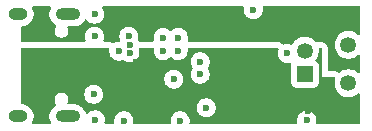
<source format=gbr>
%TF.GenerationSoftware,KiCad,Pcbnew,9.0.4*%
%TF.CreationDate,2025-09-14T00:07:06+02:00*%
%TF.ProjectId,charging-module-slim,63686172-6769-46e6-972d-6d6f64756c65,rev?*%
%TF.SameCoordinates,Original*%
%TF.FileFunction,Copper,L3,Inr*%
%TF.FilePolarity,Positive*%
%FSLAX46Y46*%
G04 Gerber Fmt 4.6, Leading zero omitted, Abs format (unit mm)*
G04 Created by KiCad (PCBNEW 9.0.4) date 2025-09-14 00:07:06*
%MOMM*%
%LPD*%
G01*
G04 APERTURE LIST*
%TA.AperFunction,ComponentPad*%
%ADD10R,1.350000X1.350000*%
%TD*%
%TA.AperFunction,ComponentPad*%
%ADD11C,1.350000*%
%TD*%
%TA.AperFunction,HeatsinkPad*%
%ADD12O,2.100000X1.000000*%
%TD*%
%TA.AperFunction,HeatsinkPad*%
%ADD13O,1.600000X1.000000*%
%TD*%
%TA.AperFunction,ViaPad*%
%ADD14C,0.600000*%
%TD*%
G04 APERTURE END LIST*
D10*
%TO.N,Net-(IC1-THERM)*%
%TO.C,TH1*%
X49550000Y-101750000D03*
D11*
%TO.N,GND*%
X49550000Y-99750000D03*
%TD*%
D12*
%TO.N,GND*%
%TO.C,J2*%
X29480000Y-96680000D03*
D13*
X25300000Y-96680000D03*
D12*
X29480000Y-105320000D03*
D13*
X25300000Y-105320000D03*
%TD*%
D10*
%TO.N,/Vbat*%
%TO.C,J1*%
X53250000Y-97270000D03*
D11*
%TO.N,GND*%
X53250000Y-99270000D03*
%TD*%
D10*
%TO.N,/Load*%
%TO.C,J3*%
X53250000Y-104530000D03*
D11*
%TO.N,GND*%
X53250000Y-102530000D03*
%TD*%
D14*
%TO.N,GND*%
X31750000Y-96675000D03*
X34225000Y-105700000D03*
X33800000Y-99800000D03*
X45200000Y-96300000D03*
X49706502Y-105630001D03*
X38850000Y-98650000D03*
X38850000Y-99750000D03*
X37550000Y-98650000D03*
X37550000Y-99750000D03*
X31825000Y-105600000D03*
X38994285Y-105700000D03*
%TO.N,/Load*%
X35300000Y-100700000D03*
X49812416Y-104837041D03*
X35850000Y-101250000D03*
%TO.N,/Vbat*%
X49625000Y-96775000D03*
X36350000Y-96950000D03*
X36250000Y-97750000D03*
%TO.N,/SEL*%
X34750000Y-99950000D03*
X38450000Y-102175000D03*
X31680000Y-103460000D03*
X34650000Y-98550000D03*
X31750000Y-98550000D03*
X48050000Y-100000000D03*
X34750000Y-99250000D03*
%TO.N,Net-(IC1-THERM)*%
X40699000Y-101750000D03*
%TO.N,Net-(IC1-~{PG})*%
X40699000Y-100695496D03*
X41212939Y-104596507D03*
%TD*%
%TA.AperFunction,Conductor*%
%TO.N,/Load*%
G36*
X32959436Y-99519685D02*
G01*
X33005191Y-99572489D01*
X33015135Y-99641647D01*
X33014014Y-99648192D01*
X32999500Y-99721155D01*
X32999500Y-99878846D01*
X33030261Y-100033489D01*
X33030264Y-100033501D01*
X33090602Y-100179172D01*
X33090609Y-100179185D01*
X33178210Y-100310288D01*
X33178213Y-100310292D01*
X33289707Y-100421786D01*
X33289711Y-100421789D01*
X33420814Y-100509390D01*
X33420827Y-100509397D01*
X33520060Y-100550500D01*
X33566503Y-100569737D01*
X33689607Y-100594224D01*
X33721153Y-100600499D01*
X33721156Y-100600500D01*
X33721158Y-100600500D01*
X33878844Y-100600500D01*
X33878845Y-100600499D01*
X34033497Y-100569737D01*
X34101314Y-100541645D01*
X34170782Y-100534177D01*
X34233261Y-100565452D01*
X34236447Y-100568526D01*
X34239707Y-100571786D01*
X34239711Y-100571789D01*
X34370814Y-100659390D01*
X34370827Y-100659397D01*
X34510991Y-100717454D01*
X34516503Y-100719737D01*
X34671153Y-100750499D01*
X34671156Y-100750500D01*
X34671158Y-100750500D01*
X34828844Y-100750500D01*
X34828845Y-100750499D01*
X34983497Y-100719737D01*
X35129179Y-100659394D01*
X35193151Y-100616649D01*
X39898500Y-100616649D01*
X39898500Y-100774342D01*
X39929261Y-100928985D01*
X39929264Y-100928997D01*
X39989602Y-101074668D01*
X39989609Y-101074681D01*
X40042513Y-101153857D01*
X40063391Y-101220535D01*
X40044906Y-101287915D01*
X40042513Y-101291639D01*
X39989609Y-101370814D01*
X39989602Y-101370827D01*
X39929264Y-101516498D01*
X39929261Y-101516510D01*
X39898500Y-101671153D01*
X39898500Y-101828846D01*
X39929261Y-101983489D01*
X39929264Y-101983501D01*
X39989602Y-102129172D01*
X39989609Y-102129185D01*
X40077210Y-102260288D01*
X40077213Y-102260292D01*
X40188707Y-102371786D01*
X40188711Y-102371789D01*
X40319814Y-102459390D01*
X40319827Y-102459397D01*
X40465498Y-102519735D01*
X40465503Y-102519737D01*
X40620153Y-102550499D01*
X40620156Y-102550500D01*
X40620158Y-102550500D01*
X40777844Y-102550500D01*
X40777845Y-102550499D01*
X40932497Y-102519737D01*
X41078179Y-102459394D01*
X41209289Y-102371789D01*
X41320789Y-102260289D01*
X41408394Y-102129179D01*
X41468737Y-101983497D01*
X41499500Y-101828842D01*
X41499500Y-101671158D01*
X41499500Y-101671155D01*
X41499499Y-101671153D01*
X41476039Y-101553213D01*
X41468737Y-101516503D01*
X41447655Y-101465606D01*
X41408397Y-101370827D01*
X41408393Y-101370820D01*
X41408389Y-101370814D01*
X41355485Y-101291637D01*
X41334608Y-101224962D01*
X41353092Y-101157582D01*
X41355463Y-101153890D01*
X41408394Y-101074675D01*
X41468737Y-100928993D01*
X41499500Y-100774338D01*
X41499500Y-100616654D01*
X41499500Y-100616651D01*
X41499499Y-100616649D01*
X41490168Y-100569738D01*
X41468737Y-100461999D01*
X41452082Y-100421789D01*
X41408397Y-100316323D01*
X41408390Y-100316310D01*
X41320789Y-100185207D01*
X41320786Y-100185203D01*
X41209292Y-100073709D01*
X41209288Y-100073706D01*
X41078185Y-99986105D01*
X41078172Y-99986098D01*
X40932501Y-99925760D01*
X40932489Y-99925757D01*
X40777845Y-99894996D01*
X40777842Y-99894996D01*
X40620158Y-99894996D01*
X40620155Y-99894996D01*
X40465510Y-99925757D01*
X40465498Y-99925760D01*
X40319827Y-99986098D01*
X40319814Y-99986105D01*
X40188711Y-100073706D01*
X40188707Y-100073709D01*
X40077213Y-100185203D01*
X40077210Y-100185207D01*
X39989609Y-100316310D01*
X39989602Y-100316323D01*
X39929264Y-100461994D01*
X39929261Y-100462006D01*
X39898500Y-100616649D01*
X35193151Y-100616649D01*
X35260289Y-100571789D01*
X35371789Y-100460289D01*
X35459394Y-100329179D01*
X35463296Y-100319760D01*
X35505417Y-100218068D01*
X35519737Y-100183497D01*
X35550500Y-100028842D01*
X35550500Y-99871158D01*
X35550500Y-99871155D01*
X35550499Y-99871153D01*
X35544802Y-99842513D01*
X35519737Y-99716503D01*
X35501077Y-99671453D01*
X35501077Y-99671452D01*
X35493608Y-99601982D01*
X35524884Y-99539503D01*
X35584973Y-99503852D01*
X35615638Y-99500000D01*
X36632451Y-99500000D01*
X36699490Y-99519685D01*
X36745245Y-99572489D01*
X36755189Y-99641647D01*
X36754068Y-99648192D01*
X36749500Y-99671155D01*
X36749500Y-99828846D01*
X36780261Y-99983489D01*
X36780264Y-99983501D01*
X36840602Y-100129172D01*
X36840609Y-100129185D01*
X36928210Y-100260288D01*
X36928213Y-100260292D01*
X37039707Y-100371786D01*
X37039711Y-100371789D01*
X37170814Y-100459390D01*
X37170827Y-100459397D01*
X37306967Y-100515787D01*
X37316503Y-100519737D01*
X37471153Y-100550499D01*
X37471156Y-100550500D01*
X37471158Y-100550500D01*
X37628844Y-100550500D01*
X37628845Y-100550499D01*
X37783497Y-100519737D01*
X37929179Y-100459394D01*
X38060289Y-100371789D01*
X38072699Y-100359379D01*
X38112319Y-100319760D01*
X38173642Y-100286275D01*
X38243334Y-100291259D01*
X38287681Y-100319760D01*
X38339707Y-100371786D01*
X38339711Y-100371789D01*
X38470814Y-100459390D01*
X38470827Y-100459397D01*
X38606967Y-100515787D01*
X38616503Y-100519737D01*
X38771153Y-100550499D01*
X38771156Y-100550500D01*
X38771158Y-100550500D01*
X38928844Y-100550500D01*
X38928845Y-100550499D01*
X39083497Y-100519737D01*
X39112834Y-100507584D01*
X39140802Y-100496001D01*
X39229172Y-100459397D01*
X39229172Y-100459396D01*
X39229179Y-100459394D01*
X39360289Y-100371789D01*
X39471789Y-100260289D01*
X39559394Y-100129179D01*
X39619737Y-99983497D01*
X39650500Y-99828842D01*
X39650500Y-99671158D01*
X39650500Y-99671155D01*
X39645932Y-99648192D01*
X39652159Y-99578601D01*
X39695021Y-99523423D01*
X39760911Y-99500178D01*
X39767549Y-99500000D01*
X47205073Y-99500000D01*
X47272112Y-99519685D01*
X47317867Y-99572489D01*
X47327811Y-99641647D01*
X47319634Y-99671453D01*
X47280263Y-99766502D01*
X47280261Y-99766510D01*
X47249500Y-99921153D01*
X47249500Y-100078846D01*
X47280261Y-100233489D01*
X47280264Y-100233501D01*
X47340602Y-100379172D01*
X47340609Y-100379185D01*
X47428210Y-100510288D01*
X47428213Y-100510292D01*
X47539707Y-100621786D01*
X47539711Y-100621789D01*
X47670814Y-100709390D01*
X47670827Y-100709397D01*
X47770060Y-100750500D01*
X47816503Y-100769737D01*
X47971153Y-100800499D01*
X47971156Y-100800500D01*
X47971158Y-100800500D01*
X48128844Y-100800500D01*
X48250317Y-100776337D01*
X48319909Y-100782564D01*
X48375086Y-100825427D01*
X48398331Y-100891316D01*
X48390692Y-100941284D01*
X48380909Y-100967515D01*
X48380908Y-100967516D01*
X48374501Y-101027116D01*
X48374501Y-101027123D01*
X48374500Y-101027135D01*
X48374500Y-102472870D01*
X48374501Y-102472876D01*
X48380908Y-102532483D01*
X48431202Y-102667328D01*
X48431206Y-102667335D01*
X48517452Y-102782544D01*
X48517455Y-102782547D01*
X48632664Y-102868793D01*
X48632671Y-102868797D01*
X48767517Y-102919091D01*
X48767516Y-102919091D01*
X48774444Y-102919835D01*
X48827127Y-102925500D01*
X50272872Y-102925499D01*
X50332483Y-102919091D01*
X50467331Y-102868796D01*
X50582546Y-102782546D01*
X50668796Y-102667331D01*
X50719091Y-102532483D01*
X50725500Y-102472873D01*
X50725499Y-101027128D01*
X50719091Y-100967517D01*
X50719090Y-100967515D01*
X50668797Y-100832671D01*
X50668793Y-100832664D01*
X50582547Y-100717455D01*
X50497460Y-100653758D01*
X50455590Y-100597824D01*
X50450606Y-100528132D01*
X50471452Y-100481609D01*
X50555378Y-100366096D01*
X50639379Y-100201235D01*
X50696555Y-100025264D01*
X50725500Y-99842514D01*
X50725500Y-99657486D01*
X50723268Y-99643397D01*
X50732221Y-99574108D01*
X50777216Y-99520654D01*
X50843967Y-99500013D01*
X50845741Y-99500000D01*
X50876000Y-99500000D01*
X50943039Y-99519685D01*
X50988794Y-99572489D01*
X51000000Y-99624000D01*
X51000000Y-102000000D01*
X52015542Y-102000000D01*
X52082581Y-102019685D01*
X52128336Y-102072489D01*
X52138280Y-102141647D01*
X52133473Y-102162318D01*
X52103445Y-102254734D01*
X52102565Y-102260289D01*
X52074500Y-102437486D01*
X52074500Y-102622514D01*
X52085231Y-102690264D01*
X52103445Y-102805265D01*
X52160619Y-102981232D01*
X52160620Y-102981235D01*
X52244622Y-103146096D01*
X52353379Y-103295787D01*
X52484213Y-103426621D01*
X52633904Y-103535378D01*
X52714763Y-103576577D01*
X52798764Y-103619379D01*
X52798767Y-103619380D01*
X52886750Y-103647967D01*
X52974736Y-103676555D01*
X53157486Y-103705500D01*
X53157487Y-103705500D01*
X53342513Y-103705500D01*
X53342514Y-103705500D01*
X53525264Y-103676555D01*
X53701235Y-103619379D01*
X53866096Y-103535378D01*
X54015787Y-103426621D01*
X54038319Y-103404089D01*
X54099642Y-103370604D01*
X54169334Y-103375588D01*
X54225267Y-103417460D01*
X54249684Y-103482924D01*
X54250000Y-103491770D01*
X54250000Y-105875500D01*
X54230315Y-105942539D01*
X54177511Y-105988294D01*
X54126000Y-105999500D01*
X50600281Y-105999500D01*
X50533242Y-105979815D01*
X50487487Y-105927011D01*
X50477543Y-105857853D01*
X50478664Y-105851308D01*
X50507002Y-105708845D01*
X50507002Y-105551156D01*
X50507001Y-105551154D01*
X50476339Y-105397007D01*
X50476239Y-105396504D01*
X50463810Y-105366498D01*
X50415899Y-105250828D01*
X50415892Y-105250815D01*
X50328291Y-105119712D01*
X50328288Y-105119708D01*
X50216794Y-105008214D01*
X50216790Y-105008211D01*
X50085687Y-104920610D01*
X50085674Y-104920603D01*
X49940003Y-104860265D01*
X49939991Y-104860262D01*
X49785347Y-104829501D01*
X49785344Y-104829501D01*
X49627660Y-104829501D01*
X49627657Y-104829501D01*
X49473012Y-104860262D01*
X49473000Y-104860265D01*
X49327329Y-104920603D01*
X49327316Y-104920610D01*
X49196213Y-105008211D01*
X49196209Y-105008214D01*
X49084715Y-105119708D01*
X49084712Y-105119712D01*
X48997111Y-105250815D01*
X48997104Y-105250828D01*
X48936766Y-105396499D01*
X48936763Y-105396511D01*
X48906002Y-105551154D01*
X48906002Y-105551159D01*
X48906002Y-105708843D01*
X48906002Y-105708845D01*
X48906001Y-105708845D01*
X48934340Y-105851308D01*
X48928113Y-105920900D01*
X48885250Y-105976077D01*
X48819360Y-105999322D01*
X48812723Y-105999500D01*
X39901988Y-105999500D01*
X39834949Y-105979815D01*
X39789194Y-105927011D01*
X39779250Y-105857853D01*
X39780371Y-105851309D01*
X39794784Y-105778846D01*
X39794785Y-105778844D01*
X39794785Y-105621155D01*
X39794784Y-105621153D01*
X39792931Y-105611839D01*
X39764022Y-105466503D01*
X39764020Y-105466498D01*
X39703682Y-105320827D01*
X39703675Y-105320814D01*
X39616074Y-105189711D01*
X39616071Y-105189707D01*
X39504577Y-105078213D01*
X39504573Y-105078210D01*
X39373470Y-104990609D01*
X39373457Y-104990602D01*
X39227786Y-104930264D01*
X39227774Y-104930261D01*
X39073130Y-104899500D01*
X39073127Y-104899500D01*
X38915443Y-104899500D01*
X38915440Y-104899500D01*
X38760795Y-104930261D01*
X38760783Y-104930264D01*
X38615112Y-104990602D01*
X38615099Y-104990609D01*
X38483996Y-105078210D01*
X38483992Y-105078213D01*
X38372498Y-105189707D01*
X38372495Y-105189711D01*
X38284894Y-105320814D01*
X38284887Y-105320827D01*
X38224549Y-105466498D01*
X38224546Y-105466510D01*
X38193785Y-105621153D01*
X38193785Y-105778846D01*
X38208199Y-105851309D01*
X38201972Y-105920900D01*
X38159109Y-105976078D01*
X38093219Y-105999322D01*
X38086582Y-105999500D01*
X35132703Y-105999500D01*
X35065664Y-105979815D01*
X35019909Y-105927011D01*
X35009965Y-105857853D01*
X35011086Y-105851309D01*
X35025499Y-105778846D01*
X35025500Y-105778844D01*
X35025500Y-105621155D01*
X35025499Y-105621153D01*
X35023646Y-105611839D01*
X34994737Y-105466503D01*
X34994735Y-105466498D01*
X34934397Y-105320827D01*
X34934390Y-105320814D01*
X34846789Y-105189711D01*
X34846786Y-105189707D01*
X34735292Y-105078213D01*
X34735288Y-105078210D01*
X34604185Y-104990609D01*
X34604172Y-104990602D01*
X34458501Y-104930264D01*
X34458489Y-104930261D01*
X34303845Y-104899500D01*
X34303842Y-104899500D01*
X34146158Y-104899500D01*
X34146155Y-104899500D01*
X33991510Y-104930261D01*
X33991498Y-104930264D01*
X33845827Y-104990602D01*
X33845814Y-104990609D01*
X33714711Y-105078210D01*
X33714707Y-105078213D01*
X33603213Y-105189707D01*
X33603210Y-105189711D01*
X33515609Y-105320814D01*
X33515602Y-105320827D01*
X33455264Y-105466498D01*
X33455261Y-105466510D01*
X33424500Y-105621153D01*
X33424500Y-105778846D01*
X33438914Y-105851309D01*
X33432687Y-105920900D01*
X33389824Y-105976078D01*
X33323934Y-105999322D01*
X33317297Y-105999500D01*
X32711555Y-105999500D01*
X32644516Y-105979815D01*
X32598761Y-105927011D01*
X32588817Y-105857853D01*
X32593840Y-105839588D01*
X32592969Y-105839324D01*
X32594731Y-105833509D01*
X32594737Y-105833497D01*
X32625500Y-105678842D01*
X32625500Y-105521158D01*
X32625500Y-105521155D01*
X32625499Y-105521153D01*
X32605088Y-105418541D01*
X32594737Y-105366503D01*
X32575812Y-105320814D01*
X32534397Y-105220827D01*
X32534390Y-105220814D01*
X32446789Y-105089711D01*
X32446786Y-105089707D01*
X32335292Y-104978213D01*
X32335288Y-104978210D01*
X32204185Y-104890609D01*
X32204172Y-104890602D01*
X32058501Y-104830264D01*
X32058489Y-104830261D01*
X31903845Y-104799500D01*
X31903842Y-104799500D01*
X31746158Y-104799500D01*
X31746155Y-104799500D01*
X31591510Y-104830261D01*
X31591498Y-104830264D01*
X31445827Y-104890602D01*
X31445814Y-104890609D01*
X31314711Y-104978210D01*
X31201335Y-105091586D01*
X31140012Y-105125070D01*
X31070320Y-105120086D01*
X31014387Y-105078214D01*
X30994569Y-105033769D01*
X30993820Y-105033997D01*
X30992049Y-105028160D01*
X30916635Y-104846092D01*
X30916628Y-104846079D01*
X30807139Y-104682218D01*
X30807136Y-104682214D01*
X30667785Y-104542863D01*
X30667781Y-104542860D01*
X30630067Y-104517660D01*
X40412439Y-104517660D01*
X40412439Y-104675353D01*
X40443200Y-104829996D01*
X40443203Y-104830008D01*
X40503541Y-104975679D01*
X40503548Y-104975692D01*
X40591149Y-105106795D01*
X40591152Y-105106799D01*
X40702646Y-105218293D01*
X40702650Y-105218296D01*
X40833753Y-105305897D01*
X40833766Y-105305904D01*
X40979437Y-105366242D01*
X40979442Y-105366244D01*
X41134092Y-105397006D01*
X41134095Y-105397007D01*
X41134097Y-105397007D01*
X41291783Y-105397007D01*
X41291784Y-105397006D01*
X41446436Y-105366244D01*
X41592118Y-105305901D01*
X41723228Y-105218296D01*
X41834728Y-105106796D01*
X41922333Y-104975686D01*
X41982676Y-104830004D01*
X42013439Y-104675349D01*
X42013439Y-104517665D01*
X42013439Y-104517662D01*
X42013438Y-104517660D01*
X41995807Y-104429023D01*
X41982676Y-104363010D01*
X41980579Y-104357947D01*
X41922336Y-104217334D01*
X41922329Y-104217321D01*
X41834728Y-104086218D01*
X41834725Y-104086214D01*
X41723231Y-103974720D01*
X41723227Y-103974717D01*
X41592124Y-103887116D01*
X41592111Y-103887109D01*
X41446440Y-103826771D01*
X41446428Y-103826768D01*
X41291784Y-103796007D01*
X41291781Y-103796007D01*
X41134097Y-103796007D01*
X41134094Y-103796007D01*
X40979449Y-103826768D01*
X40979437Y-103826771D01*
X40833766Y-103887109D01*
X40833753Y-103887116D01*
X40702650Y-103974717D01*
X40702646Y-103974720D01*
X40591152Y-104086214D01*
X40591149Y-104086218D01*
X40503548Y-104217321D01*
X40503541Y-104217334D01*
X40443203Y-104363005D01*
X40443200Y-104363017D01*
X40412439Y-104517660D01*
X30630067Y-104517660D01*
X30503920Y-104433371D01*
X30503907Y-104433364D01*
X30321839Y-104357950D01*
X30321829Y-104357947D01*
X30128543Y-104319500D01*
X30128541Y-104319500D01*
X29581333Y-104319500D01*
X29514294Y-104299815D01*
X29468539Y-104247011D01*
X29458595Y-104177853D01*
X29473947Y-104133499D01*
X29486278Y-104112140D01*
X29486277Y-104112140D01*
X29486281Y-104112135D01*
X29525500Y-103965766D01*
X29525500Y-103814234D01*
X29486281Y-103667865D01*
X29410515Y-103536635D01*
X29303365Y-103429485D01*
X29219661Y-103381158D01*
X29219652Y-103381153D01*
X30879500Y-103381153D01*
X30879500Y-103538846D01*
X30910261Y-103693489D01*
X30910264Y-103693501D01*
X30970602Y-103839172D01*
X30970609Y-103839185D01*
X31058210Y-103970288D01*
X31058213Y-103970292D01*
X31169707Y-104081786D01*
X31169711Y-104081789D01*
X31300814Y-104169390D01*
X31300827Y-104169397D01*
X31416559Y-104217334D01*
X31446503Y-104229737D01*
X31601153Y-104260499D01*
X31601156Y-104260500D01*
X31601158Y-104260500D01*
X31758844Y-104260500D01*
X31758845Y-104260499D01*
X31913497Y-104229737D01*
X32059179Y-104169394D01*
X32190289Y-104081789D01*
X32301789Y-103970289D01*
X32389394Y-103839179D01*
X32399727Y-103814234D01*
X32449735Y-103693501D01*
X32449737Y-103693497D01*
X32480500Y-103538842D01*
X32480500Y-103381158D01*
X32480500Y-103381155D01*
X32480499Y-103381153D01*
X32463519Y-103295788D01*
X32449737Y-103226503D01*
X32416432Y-103146096D01*
X32389397Y-103080827D01*
X32389390Y-103080814D01*
X32301789Y-102949711D01*
X32301786Y-102949707D01*
X32190292Y-102838213D01*
X32190288Y-102838210D01*
X32059185Y-102750609D01*
X32059172Y-102750602D01*
X31913501Y-102690264D01*
X31913489Y-102690261D01*
X31758845Y-102659500D01*
X31758842Y-102659500D01*
X31601158Y-102659500D01*
X31601155Y-102659500D01*
X31446510Y-102690261D01*
X31446498Y-102690264D01*
X31300827Y-102750602D01*
X31300814Y-102750609D01*
X31169711Y-102838210D01*
X31169707Y-102838213D01*
X31058213Y-102949707D01*
X31058210Y-102949711D01*
X30970609Y-103080814D01*
X30970602Y-103080827D01*
X30910264Y-103226498D01*
X30910261Y-103226510D01*
X30879500Y-103381153D01*
X29219652Y-103381153D01*
X29172136Y-103353719D01*
X29098950Y-103334109D01*
X29025766Y-103314500D01*
X28874234Y-103314500D01*
X28727863Y-103353719D01*
X28596635Y-103429485D01*
X28596632Y-103429487D01*
X28489487Y-103536632D01*
X28489485Y-103536635D01*
X28413719Y-103667863D01*
X28379384Y-103796007D01*
X28374500Y-103814234D01*
X28374500Y-103965766D01*
X28376899Y-103974718D01*
X28413719Y-104112136D01*
X28446775Y-104169390D01*
X28489485Y-104243365D01*
X28489488Y-104243368D01*
X28494188Y-104249493D01*
X28519383Y-104314662D01*
X28505346Y-104383107D01*
X28460510Y-104429023D01*
X28461151Y-104429983D01*
X28456612Y-104433015D01*
X28456533Y-104433097D01*
X28456296Y-104433226D01*
X28292218Y-104542860D01*
X28292214Y-104542863D01*
X28152863Y-104682214D01*
X28152860Y-104682218D01*
X28043371Y-104846079D01*
X28043364Y-104846092D01*
X27967950Y-105028160D01*
X27967947Y-105028170D01*
X27929500Y-105221456D01*
X27929500Y-105221459D01*
X27929500Y-105418541D01*
X27929500Y-105418543D01*
X27929499Y-105418543D01*
X27967947Y-105611829D01*
X27967950Y-105611839D01*
X28043364Y-105793907D01*
X28043371Y-105793919D01*
X28051850Y-105806609D01*
X28072728Y-105873286D01*
X28054244Y-105940666D01*
X28002265Y-105987357D01*
X27948748Y-105999500D01*
X26581252Y-105999500D01*
X26514213Y-105979815D01*
X26468458Y-105927011D01*
X26458514Y-105857853D01*
X26478150Y-105806609D01*
X26481890Y-105801010D01*
X26486632Y-105793914D01*
X26562051Y-105611835D01*
X26580089Y-105521153D01*
X26600500Y-105418543D01*
X26600500Y-105221456D01*
X26562052Y-105028170D01*
X26562051Y-105028169D01*
X26562051Y-105028165D01*
X26546492Y-104990602D01*
X26486635Y-104846092D01*
X26486628Y-104846079D01*
X26377139Y-104682218D01*
X26377136Y-104682214D01*
X26237785Y-104542863D01*
X26237781Y-104542860D01*
X26073920Y-104433371D01*
X26073907Y-104433364D01*
X25891839Y-104357950D01*
X25891829Y-104357947D01*
X25698543Y-104319500D01*
X25698541Y-104319500D01*
X25624000Y-104319500D01*
X25556961Y-104299815D01*
X25511206Y-104247011D01*
X25500000Y-104195500D01*
X25500000Y-102096153D01*
X37649500Y-102096153D01*
X37649500Y-102253846D01*
X37680261Y-102408489D01*
X37680264Y-102408501D01*
X37740602Y-102554172D01*
X37740609Y-102554185D01*
X37828210Y-102685288D01*
X37828213Y-102685292D01*
X37939707Y-102796786D01*
X37939711Y-102796789D01*
X38070814Y-102884390D01*
X38070827Y-102884397D01*
X38170060Y-102925500D01*
X38216503Y-102944737D01*
X38371153Y-102975499D01*
X38371156Y-102975500D01*
X38371158Y-102975500D01*
X38528844Y-102975500D01*
X38528845Y-102975499D01*
X38683497Y-102944737D01*
X38829179Y-102884394D01*
X38960289Y-102796789D01*
X39071789Y-102685289D01*
X39159394Y-102554179D01*
X39219737Y-102408497D01*
X39250500Y-102253842D01*
X39250500Y-102096158D01*
X39250500Y-102096155D01*
X39250499Y-102096153D01*
X39228090Y-101983497D01*
X39219737Y-101941503D01*
X39208305Y-101913904D01*
X39159397Y-101795827D01*
X39159390Y-101795814D01*
X39071789Y-101664711D01*
X39071786Y-101664707D01*
X38960292Y-101553213D01*
X38960288Y-101553210D01*
X38829185Y-101465609D01*
X38829172Y-101465602D01*
X38683501Y-101405264D01*
X38683489Y-101405261D01*
X38528845Y-101374500D01*
X38528842Y-101374500D01*
X38371158Y-101374500D01*
X38371155Y-101374500D01*
X38216510Y-101405261D01*
X38216498Y-101405264D01*
X38070827Y-101465602D01*
X38070814Y-101465609D01*
X37939711Y-101553210D01*
X37939707Y-101553213D01*
X37828213Y-101664707D01*
X37828210Y-101664711D01*
X37740609Y-101795814D01*
X37740602Y-101795827D01*
X37680264Y-101941498D01*
X37680261Y-101941510D01*
X37649500Y-102096153D01*
X25500000Y-102096153D01*
X25500000Y-99624000D01*
X25519685Y-99556961D01*
X25572489Y-99511206D01*
X25624000Y-99500000D01*
X32892397Y-99500000D01*
X32959436Y-99519685D01*
G37*
%TD.AperFunction*%
%TD*%
%TA.AperFunction,Conductor*%
%TO.N,/Vbat*%
G36*
X28015787Y-96020185D02*
G01*
X28061542Y-96072989D01*
X28071486Y-96142147D01*
X28051850Y-96193391D01*
X28043371Y-96206080D01*
X28043364Y-96206092D01*
X27967950Y-96388160D01*
X27967947Y-96388170D01*
X27929500Y-96581456D01*
X27929500Y-96581459D01*
X27929500Y-96778541D01*
X27929500Y-96778543D01*
X27929499Y-96778543D01*
X27967947Y-96971829D01*
X27967950Y-96971839D01*
X28043364Y-97153907D01*
X28043371Y-97153920D01*
X28152860Y-97317781D01*
X28152863Y-97317785D01*
X28292214Y-97457136D01*
X28292218Y-97457139D01*
X28461151Y-97570017D01*
X28460180Y-97571470D01*
X28504109Y-97614619D01*
X28519571Y-97682757D01*
X28495741Y-97748437D01*
X28494190Y-97750502D01*
X28489489Y-97756627D01*
X28413719Y-97887863D01*
X28374500Y-98034234D01*
X28374500Y-98185765D01*
X28413719Y-98332136D01*
X28450540Y-98395911D01*
X28489485Y-98463365D01*
X28596635Y-98570515D01*
X28727865Y-98646281D01*
X28874234Y-98685500D01*
X28874236Y-98685500D01*
X29025764Y-98685500D01*
X29025766Y-98685500D01*
X29172135Y-98646281D01*
X29303365Y-98570515D01*
X29410515Y-98463365D01*
X29486281Y-98332135D01*
X29525500Y-98185766D01*
X29525500Y-98034234D01*
X29486281Y-97887865D01*
X29481891Y-97880261D01*
X29473947Y-97866501D01*
X29457473Y-97798602D01*
X29480325Y-97732574D01*
X29535245Y-97689383D01*
X29581333Y-97680500D01*
X30128543Y-97680500D01*
X30284462Y-97649485D01*
X30321835Y-97642051D01*
X30503914Y-97566632D01*
X30667782Y-97457139D01*
X30807139Y-97317782D01*
X30908837Y-97165579D01*
X30962449Y-97120775D01*
X31031774Y-97112068D01*
X31094801Y-97142222D01*
X31115040Y-97165579D01*
X31128208Y-97185286D01*
X31128213Y-97185292D01*
X31239707Y-97296786D01*
X31239711Y-97296789D01*
X31370814Y-97384390D01*
X31370827Y-97384397D01*
X31516498Y-97444735D01*
X31516503Y-97444737D01*
X31671153Y-97475499D01*
X31671156Y-97475500D01*
X31671158Y-97475500D01*
X31828844Y-97475500D01*
X31828845Y-97475499D01*
X31983497Y-97444737D01*
X32129179Y-97384394D01*
X32260289Y-97296789D01*
X32371789Y-97185289D01*
X32459394Y-97054179D01*
X32519737Y-96908497D01*
X32550500Y-96753842D01*
X32550500Y-96596158D01*
X32550500Y-96596155D01*
X32550499Y-96596153D01*
X32519738Y-96441510D01*
X32519737Y-96441503D01*
X32519735Y-96441498D01*
X32459397Y-96295827D01*
X32459390Y-96295814D01*
X32390953Y-96193391D01*
X32370075Y-96126713D01*
X32388560Y-96059333D01*
X32440538Y-96012643D01*
X32494055Y-96000500D01*
X44292297Y-96000500D01*
X44359336Y-96020185D01*
X44405091Y-96072989D01*
X44415035Y-96142147D01*
X44413914Y-96148691D01*
X44399500Y-96221153D01*
X44399500Y-96378846D01*
X44430261Y-96533489D01*
X44430264Y-96533501D01*
X44490602Y-96679172D01*
X44490609Y-96679185D01*
X44578210Y-96810288D01*
X44578213Y-96810292D01*
X44689707Y-96921786D01*
X44689711Y-96921789D01*
X44820814Y-97009390D01*
X44820827Y-97009397D01*
X44966498Y-97069735D01*
X44966503Y-97069737D01*
X45121153Y-97100499D01*
X45121156Y-97100500D01*
X45121158Y-97100500D01*
X45278844Y-97100500D01*
X45278845Y-97100499D01*
X45433497Y-97069737D01*
X45579179Y-97009394D01*
X45710289Y-96921789D01*
X45821789Y-96810289D01*
X45909394Y-96679179D01*
X45969737Y-96533497D01*
X46000500Y-96378842D01*
X46000500Y-96221158D01*
X46000500Y-96221155D01*
X46000499Y-96221153D01*
X45986086Y-96148691D01*
X45992313Y-96079100D01*
X46035176Y-96023922D01*
X46101066Y-96000678D01*
X46107703Y-96000500D01*
X54126000Y-96000500D01*
X54193039Y-96020185D01*
X54238794Y-96072989D01*
X54250000Y-96124500D01*
X54250000Y-98308230D01*
X54230315Y-98375269D01*
X54177511Y-98421024D01*
X54108353Y-98430968D01*
X54044797Y-98401943D01*
X54038319Y-98395911D01*
X54015789Y-98373381D01*
X54015787Y-98373379D01*
X53866096Y-98264622D01*
X53701235Y-98180620D01*
X53701232Y-98180619D01*
X53525265Y-98123445D01*
X53432427Y-98108741D01*
X53342514Y-98094500D01*
X53157486Y-98094500D01*
X53096569Y-98104148D01*
X52974734Y-98123445D01*
X52798767Y-98180619D01*
X52798764Y-98180620D01*
X52633903Y-98264622D01*
X52573883Y-98308230D01*
X52484213Y-98373379D01*
X52484211Y-98373381D01*
X52484210Y-98373381D01*
X52353381Y-98504210D01*
X52353381Y-98504211D01*
X52353379Y-98504213D01*
X52306672Y-98568499D01*
X52244622Y-98653903D01*
X52160620Y-98818764D01*
X52160619Y-98818767D01*
X52103445Y-98994734D01*
X52074500Y-99177486D01*
X52074500Y-99362513D01*
X52103445Y-99545265D01*
X52160619Y-99721232D01*
X52160620Y-99721235D01*
X52244622Y-99886096D01*
X52353379Y-100035787D01*
X52484213Y-100166621D01*
X52633904Y-100275378D01*
X52714763Y-100316577D01*
X52798764Y-100359379D01*
X52798767Y-100359380D01*
X52886750Y-100387967D01*
X52974736Y-100416555D01*
X53157486Y-100445500D01*
X53157487Y-100445500D01*
X53342513Y-100445500D01*
X53342514Y-100445500D01*
X53525264Y-100416555D01*
X53701235Y-100359379D01*
X53866096Y-100275378D01*
X54015787Y-100166621D01*
X54038319Y-100144089D01*
X54099642Y-100110604D01*
X54169334Y-100115588D01*
X54225267Y-100157460D01*
X54249684Y-100222924D01*
X54250000Y-100231770D01*
X54250000Y-101568230D01*
X54230315Y-101635269D01*
X54177511Y-101681024D01*
X54108353Y-101690968D01*
X54044797Y-101661943D01*
X54038319Y-101655911D01*
X54015789Y-101633381D01*
X54015787Y-101633379D01*
X53866096Y-101524622D01*
X53847165Y-101514976D01*
X53701235Y-101440620D01*
X53701232Y-101440619D01*
X53525265Y-101383445D01*
X53433889Y-101368972D01*
X53342514Y-101354500D01*
X53157486Y-101354500D01*
X53096569Y-101364148D01*
X52974734Y-101383445D01*
X52798767Y-101440619D01*
X52798764Y-101440620D01*
X52633900Y-101524624D01*
X52518521Y-101608451D01*
X52452714Y-101631931D01*
X52384661Y-101616105D01*
X52364434Y-101601847D01*
X52364399Y-101601817D01*
X52355878Y-101594433D01*
X52355875Y-101594431D01*
X52355873Y-101594430D01*
X52225007Y-101534664D01*
X52225002Y-101534662D01*
X52225001Y-101534662D01*
X52157962Y-101514977D01*
X52157964Y-101514977D01*
X52157959Y-101514976D01*
X52110486Y-101508150D01*
X52015542Y-101494500D01*
X52015540Y-101494500D01*
X51629500Y-101494500D01*
X51562461Y-101474815D01*
X51516706Y-101422011D01*
X51505500Y-101370500D01*
X51505500Y-99624010D01*
X51505500Y-99624000D01*
X51493947Y-99516544D01*
X51482741Y-99465033D01*
X51482637Y-99464722D01*
X51448616Y-99362502D01*
X51448613Y-99362496D01*
X51407655Y-99298765D01*
X51370825Y-99241457D01*
X51369312Y-99239711D01*
X51325076Y-99188659D01*
X51325072Y-99188656D01*
X51325070Y-99188653D01*
X51216336Y-99094433D01*
X51216333Y-99094431D01*
X51216331Y-99094430D01*
X51085465Y-99034664D01*
X51085460Y-99034662D01*
X51085459Y-99034662D01*
X51018420Y-99014977D01*
X51018422Y-99014977D01*
X51018417Y-99014976D01*
X50940134Y-99003721D01*
X50876000Y-98994500D01*
X50845741Y-98994500D01*
X50845724Y-98994500D01*
X50842136Y-98994513D01*
X50840232Y-98994527D01*
X50836738Y-98994565D01*
X50694631Y-99017075D01*
X50694619Y-99017077D01*
X50635056Y-99035496D01*
X50635047Y-99035499D01*
X50627880Y-99037716D01*
X50627873Y-99037718D01*
X50612506Y-99045003D01*
X50609988Y-99046065D01*
X50577859Y-99049723D01*
X50545921Y-99054782D01*
X50543353Y-99053653D01*
X50540567Y-99053971D01*
X50511565Y-99039680D01*
X50481958Y-99026667D01*
X50479249Y-99023758D01*
X50477892Y-99023089D01*
X50476547Y-99020855D01*
X50461499Y-99004692D01*
X50446621Y-98984213D01*
X50315787Y-98853379D01*
X50166096Y-98744622D01*
X50135126Y-98728842D01*
X50001235Y-98660620D01*
X50001232Y-98660619D01*
X49825265Y-98603445D01*
X49733889Y-98588972D01*
X49642514Y-98574500D01*
X49457486Y-98574500D01*
X49396569Y-98584148D01*
X49274734Y-98603445D01*
X49098767Y-98660619D01*
X49098764Y-98660620D01*
X48933903Y-98744622D01*
X48856630Y-98800765D01*
X48784213Y-98853379D01*
X48784211Y-98853381D01*
X48784210Y-98853381D01*
X48653381Y-98984210D01*
X48653381Y-98984211D01*
X48653379Y-98984213D01*
X48614507Y-99037716D01*
X48544620Y-99133906D01*
X48510611Y-99200652D01*
X48462636Y-99251447D01*
X48394815Y-99268242D01*
X48352675Y-99258917D01*
X48283501Y-99230264D01*
X48283489Y-99230261D01*
X48128845Y-99199500D01*
X48128842Y-99199500D01*
X47971158Y-99199500D01*
X47971155Y-99199500D01*
X47816511Y-99230260D01*
X47816503Y-99230263D01*
X47806159Y-99234547D01*
X47736689Y-99242010D01*
X47674212Y-99210730D01*
X47665001Y-99201184D01*
X47654145Y-99188655D01*
X47654143Y-99188653D01*
X47545409Y-99094433D01*
X47545406Y-99094431D01*
X47545404Y-99094430D01*
X47414538Y-99034664D01*
X47414533Y-99034662D01*
X47414532Y-99034662D01*
X47347493Y-99014977D01*
X47347495Y-99014977D01*
X47347490Y-99014976D01*
X47269207Y-99003721D01*
X47205073Y-98994500D01*
X39767549Y-98994500D01*
X39766025Y-98994520D01*
X39753995Y-98994681D01*
X39752007Y-98994735D01*
X39684466Y-98976847D01*
X39637317Y-98925284D01*
X39625531Y-98856415D01*
X39627079Y-98846587D01*
X39650500Y-98728844D01*
X39650500Y-98571155D01*
X39650499Y-98571153D01*
X39650372Y-98570514D01*
X39619737Y-98416503D01*
X39611208Y-98395911D01*
X39559397Y-98270827D01*
X39559390Y-98270814D01*
X39471789Y-98139711D01*
X39471786Y-98139707D01*
X39360292Y-98028213D01*
X39360288Y-98028210D01*
X39229185Y-97940609D01*
X39229172Y-97940602D01*
X39083501Y-97880264D01*
X39083489Y-97880261D01*
X38928845Y-97849500D01*
X38928842Y-97849500D01*
X38771158Y-97849500D01*
X38771155Y-97849500D01*
X38616510Y-97880261D01*
X38616498Y-97880264D01*
X38470827Y-97940602D01*
X38470814Y-97940609D01*
X38339711Y-98028210D01*
X38339707Y-98028213D01*
X38287681Y-98080240D01*
X38226358Y-98113725D01*
X38156666Y-98108741D01*
X38112319Y-98080240D01*
X38060292Y-98028213D01*
X38060288Y-98028210D01*
X37929185Y-97940609D01*
X37929172Y-97940602D01*
X37783501Y-97880264D01*
X37783489Y-97880261D01*
X37628845Y-97849500D01*
X37628842Y-97849500D01*
X37471158Y-97849500D01*
X37471155Y-97849500D01*
X37316510Y-97880261D01*
X37316498Y-97880264D01*
X37170827Y-97940602D01*
X37170814Y-97940609D01*
X37039711Y-98028210D01*
X37039707Y-98028213D01*
X36928213Y-98139707D01*
X36928210Y-98139711D01*
X36840609Y-98270814D01*
X36840602Y-98270827D01*
X36780264Y-98416498D01*
X36780261Y-98416510D01*
X36749500Y-98571153D01*
X36749500Y-98728846D01*
X36773157Y-98847778D01*
X36766930Y-98917370D01*
X36724067Y-98972547D01*
X36658177Y-98995791D01*
X36633906Y-98994709D01*
X36632454Y-98994500D01*
X36632451Y-98994500D01*
X35615638Y-98994500D01*
X35615625Y-98994500D01*
X35615618Y-98994501D01*
X35601680Y-98995373D01*
X35582928Y-98991118D01*
X35563712Y-98991875D01*
X35549556Y-98983545D01*
X35533542Y-98979912D01*
X35520066Y-98966194D01*
X35503493Y-98956442D01*
X35490104Y-98935691D01*
X35484580Y-98930068D01*
X35483258Y-98927525D01*
X35481164Y-98923381D01*
X35459394Y-98870821D01*
X35439803Y-98841501D01*
X35436407Y-98834778D01*
X35431387Y-98807526D01*
X35423107Y-98781082D01*
X35424221Y-98768625D01*
X35423750Y-98766064D01*
X35424646Y-98763876D01*
X35425470Y-98754676D01*
X35450500Y-98628844D01*
X35450500Y-98471155D01*
X35450499Y-98471153D01*
X35431050Y-98373379D01*
X35419737Y-98316503D01*
X35400812Y-98270814D01*
X35359397Y-98170827D01*
X35359390Y-98170814D01*
X35271789Y-98039711D01*
X35271786Y-98039707D01*
X35160292Y-97928213D01*
X35160288Y-97928210D01*
X35029185Y-97840609D01*
X35029172Y-97840602D01*
X34883501Y-97780264D01*
X34883489Y-97780261D01*
X34728845Y-97749500D01*
X34728842Y-97749500D01*
X34571158Y-97749500D01*
X34571155Y-97749500D01*
X34416510Y-97780261D01*
X34416498Y-97780264D01*
X34270827Y-97840602D01*
X34270814Y-97840609D01*
X34139711Y-97928210D01*
X34139707Y-97928213D01*
X34028213Y-98039707D01*
X34028210Y-98039711D01*
X33940609Y-98170814D01*
X33940602Y-98170827D01*
X33880264Y-98316498D01*
X33880261Y-98316510D01*
X33849500Y-98471153D01*
X33849500Y-98628846D01*
X33880261Y-98783489D01*
X33880264Y-98783501D01*
X33898716Y-98828048D01*
X33906185Y-98897517D01*
X33874909Y-98959996D01*
X33814820Y-98995648D01*
X33784155Y-98999500D01*
X33721155Y-98999500D01*
X33566510Y-99030261D01*
X33566498Y-99030264D01*
X33420828Y-99090602D01*
X33420816Y-99090609D01*
X33390752Y-99110696D01*
X33324074Y-99131571D01*
X33256694Y-99113084D01*
X33240662Y-99101303D01*
X33232736Y-99094435D01*
X33232728Y-99094430D01*
X33101862Y-99034664D01*
X33101857Y-99034662D01*
X33101856Y-99034662D01*
X33034817Y-99014977D01*
X33034819Y-99014977D01*
X33034814Y-99014976D01*
X32956531Y-99003721D01*
X32892397Y-98994500D01*
X32892395Y-98994500D01*
X32617916Y-98994500D01*
X32550877Y-98974815D01*
X32505122Y-98922011D01*
X32495178Y-98852853D01*
X32503355Y-98823048D01*
X32519735Y-98783501D01*
X32519737Y-98783497D01*
X32550500Y-98628842D01*
X32550500Y-98471158D01*
X32550500Y-98471155D01*
X32550499Y-98471153D01*
X32531050Y-98373379D01*
X32519737Y-98316503D01*
X32500812Y-98270814D01*
X32459397Y-98170827D01*
X32459390Y-98170814D01*
X32371789Y-98039711D01*
X32371786Y-98039707D01*
X32260292Y-97928213D01*
X32260288Y-97928210D01*
X32129185Y-97840609D01*
X32129172Y-97840602D01*
X31983501Y-97780264D01*
X31983489Y-97780261D01*
X31828845Y-97749500D01*
X31828842Y-97749500D01*
X31671158Y-97749500D01*
X31671155Y-97749500D01*
X31516510Y-97780261D01*
X31516498Y-97780264D01*
X31370827Y-97840602D01*
X31370814Y-97840609D01*
X31239711Y-97928210D01*
X31239707Y-97928213D01*
X31128213Y-98039707D01*
X31128210Y-98039711D01*
X31040609Y-98170814D01*
X31040602Y-98170827D01*
X30980264Y-98316498D01*
X30980261Y-98316510D01*
X30949500Y-98471153D01*
X30949500Y-98628846D01*
X30980261Y-98783489D01*
X30980264Y-98783501D01*
X30996645Y-98823048D01*
X31004114Y-98892517D01*
X30972838Y-98954996D01*
X30912749Y-98990648D01*
X30882084Y-98994500D01*
X25624000Y-98994500D01*
X25556961Y-98974815D01*
X25511206Y-98922011D01*
X25500000Y-98870500D01*
X25500000Y-97804500D01*
X25519685Y-97737461D01*
X25572489Y-97691706D01*
X25624000Y-97680500D01*
X25698543Y-97680500D01*
X25854462Y-97649485D01*
X25891835Y-97642051D01*
X26073914Y-97566632D01*
X26237782Y-97457139D01*
X26377139Y-97317782D01*
X26486632Y-97153914D01*
X26562051Y-96971835D01*
X26574651Y-96908489D01*
X26600500Y-96778543D01*
X26600500Y-96581456D01*
X26562052Y-96388170D01*
X26562051Y-96388169D01*
X26562051Y-96388165D01*
X26523801Y-96295821D01*
X26486635Y-96206092D01*
X26486633Y-96206088D01*
X26486632Y-96206086D01*
X26486628Y-96206080D01*
X26478150Y-96193391D01*
X26457272Y-96126714D01*
X26475756Y-96059334D01*
X26527735Y-96012643D01*
X26581252Y-96000500D01*
X27948748Y-96000500D01*
X28015787Y-96020185D01*
G37*
%TD.AperFunction*%
%TD*%
M02*

</source>
